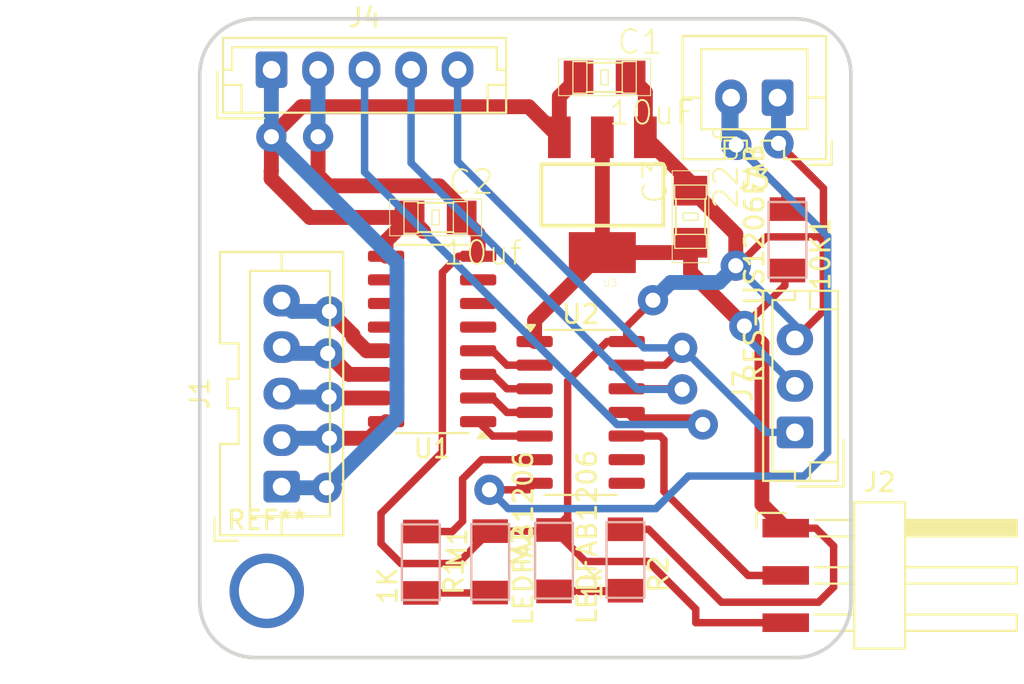
<source format=kicad_pcb>
(kicad_pcb (version 20240108) (generator "pcbnew") (generator_version "8.0")
  (layers (0 "F.Cu" signal) (31 "B.Cu" signal) (34 "B.Paste" user) (35 "F.Paste" user) (36 "B.SilkS" user "B.Silkscreen") (37 "F.SilkS" user "F.Silkscreen") (38 "B.Mask" user) (39 "F.Mask" user) (44 "Edge.Cuts" user))
  (net 0 "")
  (net 1 "+5V")
  (net 2 "GND")
  (net 3 "M2")
  (net 4 "M4")
  (net 5 "M3")
  (net 6 "M1")
  (net 7 "RESET")
  (net 8 "LIM")
  (net 9 "PWM")
  (net 10 "Net-(M1-A)")
  (net 11 "Net-(M2-A)")
  (net 12 "LED")
  (net 13 "VIN")
  (net 14 "IN2")
  (net 15 "IN4")
  (net 16 "IN3")
  (net 17 "IN1")
  (net 24 "SCL{slash}RX")
  (net 25 "SDA{slash}TX")
  (footprint "Connector_JST:JST_EH_B3B-EH-A_1x03_P2.50mm_Vertical" (layer "F.Cu") (at 166.39 114.96 90)
    (property "Reference" "J7" (at 2.5 -2.8 90) (layer "F.SilkS"))
    (property "Value" "Conn_01x03_Pin")
    (fp_line (start 7.61 -1.71) (end -2.61 -1.71) (stroke (width 0.12)) (layer "F.SilkS"))
    (fp_line (start -2.61 -1.71) (end -2.61 2.31) (stroke (width 0.12)) (layer "F.SilkS"))
    (fp_line (start 7.11 -1.21) (end 7.11 0) (stroke (width 0.12)) (layer "F.SilkS"))
    (fp_line (start -2.11 -1.21) (end 7.11 -1.21) (stroke (width 0.12)) (layer "F.SilkS"))
    (fp_line (start 7.11 0) (end 7.61 0) (stroke (width 0.12)) (layer "F.SilkS"))
    (fp_line (start -2.11 0) (end -2.11 -1.21) (stroke (width 0.12)) (layer "F.SilkS"))
    (fp_line (start -2.61 0) (end -2.11 0) (stroke (width 0.12)) (layer "F.SilkS"))
    (fp_line (start -2.91 0.11) (end -2.91 2.61) (stroke (width 0.12)) (layer "F.SilkS"))
    (fp_line (start 7.61 0.81) (end 6.61 0.81) (stroke (width 0.12)) (layer "F.SilkS"))
    (fp_line (start 6.61 0.81) (end 6.61 2.31) (stroke (width 0.12)) (layer "F.SilkS"))
    (fp_line (start -1.61 0.81) (end -1.61 2.31) (stroke (width 0.12)) (layer "F.SilkS"))
    (fp_line (start -2.61 0.81) (end -1.61 0.81) (stroke (width 0.12)) (layer "F.SilkS"))
    (fp_line (start 7.61 2.31) (end 7.61 -1.71) (stroke (width 0.12)) (layer "F.SilkS"))
    (fp_line (start -2.61 2.31) (end 7.61 2.31) (stroke (width 0.12)) (layer "F.SilkS"))
    (fp_line (start -2.91 2.61) (end -0.41 2.61) (stroke (width 0.12)) (layer "F.SilkS"))
    (pad "1" thru_hole roundrect (at 0 0 90) (size 1.7 1.95) (drill 0.95) (layers "*.Cu" "*.Mask") (roundrect_rratio 0.147059) (net 9 "PWM"))
    (pad "2" thru_hole oval (at 2.5 0 90) (size 1.7 1.95) (drill 0.95) (layers "*.Cu" "*.Mask") (net 1 "+5V"))
    (pad "3" thru_hole oval (at 5 0 90) (size 1.7 1.95) (drill 0.95) (layers "*.Cu" "*.Mask") (net 2 "GND"))
  )
  (footprint "MountingHole:MountingHole_3.2mm_M3_DIN965_Pad" (layer "F.Cu") (at 138 123.48)
    (property "Reference" "REF**" (at 0 -3.8 0) (layer "F.SilkS"))
    (property "Value" "MountingHole_3.2mm_M3_DIN965_Pad")
    (pad "1" thru_hole circle (at 0 0) (size 4 4) (drill 3) (layers "*.Cu" "*.Mask"))
  )
  (footprint "footprints:fab-SOT223" (layer "F.Cu") (at 156.037684 102.1975 180)
    (property "Reference" "U3" (at -0.8255 -4.5085 0) (layer "F.SilkS") (effects (font (size 0.38608 0.38608) (thickness 0.030886)) (justify right top)))
    (property "Value" "AZ1117-5.0")
    (fp_line (start 3.2766 1.651) (end -3.2766 1.651) (stroke (width 0.2032)) (layer "F.SilkS"))
    (fp_line (start 3.2766 -1.651) (end 3.2766 1.651) (stroke (width 0.2032)) (layer "F.SilkS"))
    (fp_line (start -3.2766 1.651) (end -3.2766 -1.651) (stroke (width 0.2032)) (layer "F.SilkS"))
    (fp_line (start -3.2766 -1.651) (end 3.2766 -1.651) (stroke (width 0.2032)) (layer "F.SilkS"))
    (pad "1" smd rect (at -2.3114 3.0988 180) (size 1.2192 2.2352) (layers "F.Cu" "F.Paste" "F.Mask") (net 2 "GND"))
    (pad "2" smd rect (at 0 -3.099 180) (size 3.6 2.2) (layers "F.Cu" "F.Paste" "F.Mask") (net 1 "+5V"))
    (pad "2" smd rect (at 0 3.0988 180) (size 1.2192 2.2352) (layers "F.Cu" "F.Paste" "F.Mask") (net 1 "+5V"))
    (pad "3" smd rect (at 2.3114 3.0988 180) (size 1.2192 2.2352) (layers "F.Cu" "F.Paste" "F.Mask") (net 13 "VIN"))
  )
  (footprint "Package_SO:SOIC-16_3.9x9.9mm_P1.27mm" (layer "F.Cu") (at 146.887684 109.9375 180)
    (property "Reference" "U1" (at 0 -5.9 0) (layer "F.SilkS"))
    (property "Value" "ULN2003")
    (fp_line (start 0 5.06) (end 1.95 5.06) (stroke (width 0.12)) (layer "F.SilkS"))
    (fp_line (start 0 5.06) (end -1.95 5.06) (stroke (width 0.12)) (layer "F.SilkS"))
    (fp_line (start 0 -5.06) (end 1.95 -5.06) (stroke (width 0.12)) (layer "F.SilkS"))
    (fp_line (start 0 -5.06) (end -1.95 -5.06) (stroke (width 0.12)) (layer "F.SilkS"))
    (fp_poly (pts (xy -2.7 -5.005) (xy -2.94 -5.335) (xy -2.46 -5.335) (xy -2.7 -5.005)) (stroke (width 0.12)) (fill solid) (layer "F.SilkS"))
    (pad "1" smd roundrect (at -2.475 -4.445 180) (size 1.95 0.6) (layers "F.Cu" "F.Paste" "F.Mask") (net 17 "IN1"))
    (pad "2" smd roundrect (at -2.475 -3.175 180) (size 1.95 0.6) (layers "F.Cu" "F.Paste" "F.Mask") (net 14 "IN2"))
    (pad "3" smd roundrect (at -2.475 -1.905 180) (size 1.95 0.6) (layers "F.Cu" "F.Paste" "F.Mask") (net 16 "IN3"))
    (pad "4" smd roundrect (at -2.475 -0.635 180) (size 1.95 0.6) (layers "F.Cu" "F.Paste" "F.Mask") (net 15 "IN4"))
    (pad "5" smd roundrect (at -2.475 0.635 180) (size 1.95 0.6) (layers "F.Cu" "F.Paste" "F.Mask"))
    (pad "6" smd roundrect (at -2.475 1.905 180) (size 1.95 0.6) (layers "F.Cu" "F.Paste" "F.Mask"))
    (pad "7" smd roundrect (at -2.475 3.175 180) (size 1.95 0.6) (layers "F.Cu" "F.Paste" "F.Mask"))
    (pad "8" smd roundrect (at -2.475 4.445 180) (size 1.95 0.6) (layers "F.Cu" "F.Paste" "F.Mask") (net 2 "GND"))
    (pad "9" smd roundrect (at 2.475 4.445 180) (size 1.95 0.6) (layers "F.Cu" "F.Paste" "F.Mask") (net 13 "VIN"))
    (pad "10" smd roundrect (at 2.475 3.175 180) (size 1.95 0.6) (layers "F.Cu" "F.Paste" "F.Mask"))
    (pad "11" smd roundrect (at 2.475 1.905 180) (size 1.95 0.6) (layers "F.Cu" "F.Paste" "F.Mask"))
    (pad "12" smd roundrect (at 2.475 0.635 180) (size 1.95 0.6) (layers "F.Cu" "F.Paste" "F.Mask"))
    (pad "13" smd roundrect (at 2.475 -0.635 180) (size 1.95 0.6) (layers "F.Cu" "F.Paste" "F.Mask") (net 4 "M4"))
    (pad "14" smd roundrect (at 2.475 -1.905 180) (size 1.95 0.6) (layers "F.Cu" "F.Paste" "F.Mask") (net 5 "M3"))
    (pad "15" smd roundrect (at 2.475 -3.175 180) (size 1.95 0.6) (layers "F.Cu" "F.Paste" "F.Mask") (net 3 "M2"))
    (pad "16" smd roundrect (at 2.475 -4.445 180) (size 1.95 0.6) (layers "F.Cu" "F.Paste" "F.Mask") (net 6 "M1"))
  )
  (footprint "footprints:fab-LED1206FAB" (layer "F.Cu") (at 150.01 121.92 90)
    (property "Reference" "M1" (at 0.762 -1.778 90) (layer "F.SilkS") (effects (font (size 1.016 1.016) (thickness 0.1524))))
    (property "Value" "LEDFAB1206" (at 1.27 1.778 90) (layer "F.SilkS") (effects (font (size 1.016 1.016) (thickness 0.1524))))
    (fp_line (start 2.032 -1.016) (end 2.032 1.016) (stroke (width 0.127)) (layer "B.SilkS"))
    (fp_line (start -2.032 -1.016) (end 2.032 -1.016) (stroke (width 0.127)) (layer "B.SilkS"))
    (fp_line (start 2.032 1.016) (end -2.032 1.016) (stroke (width 0.127)) (layer "B.SilkS"))
    (fp_line (start -2.032 1.016) (end -2.032 -1.016) (stroke (width 0.127)) (layer "B.SilkS"))
    (pad "1" smd rect (at -1.651 0 90) (size 1.27 1.905) (layers "F.Cu" "F.Paste" "F.Mask") (net 10 "Net-(M1-A)"))
    (pad "2" smd rect (at 1.651 0 90) (size 1.27 1.905) (layers "F.Cu" "F.Paste" "F.Mask") (net 2 "GND"))
  )
  (footprint "footprints:fab-R1206FAB" (layer "F.Cu") (at 165.99 104.61 -90)
    (property "Reference" "10K1" (at 0.762 -1.778 90) (layer "F.SilkS") (effects (font (size 1.016 1.016) (thickness 0.1524))))
    (property "Value" "RES-US1206FAB" (at 1.27 1.778 90) (layer "F.SilkS") (effects (font (size 1.016 1.016) (thickness 0.1524))))
    (fp_line (start -2.032 1.016) (end -2.032 -1.016) (stroke (width 0.127)) (layer "B.SilkS"))
    (fp_line (start 2.032 1.016) (end -2.032 1.016) (stroke (width 0.127)) (layer "B.SilkS"))
    (fp_line (start -2.032 -1.016) (end 2.032 -1.016) (stroke (width 0.127)) (layer "B.SilkS"))
    (fp_line (start 2.032 -1.016) (end 2.032 1.016) (stroke (width 0.127)) (layer "B.SilkS"))
    (pad "1" smd rect (at -1.651 0 270) (size 1.27 1.905) (layers "F.Cu" "F.Paste" "F.Mask") (net 8 "LIM"))
    (pad "2" smd rect (at 1.651 0 270) (size 1.27 1.905) (layers "F.Cu" "F.Paste" "F.Mask") (net 1 "+5V"))
  )
  (footprint "Connector_JST:JST_XA_B05B-XASK-1_1x05_P2.50mm_Vertical" (layer "F.Cu") (at 138.797684 117.8775 90)
    (property "Reference" "J1" (at 5 -4.4 90) (layer "F.SilkS"))
    (property "Value" "Conn_01x05_Pin")
    (fp_line (start -1.66 -3.61) (end -2.91 -3.61) (stroke (width 0.12)) (layer "F.SilkS"))
    (fp_line (start -2.91 -3.61) (end -2.91 -2.36) (stroke (width 0.12)) (layer "F.SilkS"))
    (fp_line (start 12.61 -3.31) (end 7.7 -3.31) (stroke (width 0.12)) (layer "F.SilkS"))
    (fp_line (start 7.7 -3.31) (end 7.7 -2.31) (stroke (width 0.12)) (layer "F.SilkS"))
    (fp_line (start 2.3 -3.31) (end -2.61 -3.31) (stroke (width 0.12)) (layer "F.SilkS"))
    (fp_line (start -2.61 -3.31) (end -2.61 3.31) (stroke (width 0.12)) (layer "F.SilkS"))
    (fp_line (start 5.8 -2.91) (end 4.2 -2.91) (stroke (width 0.12)) (layer "F.SilkS"))
    (fp_line (start 4.2 -2.91) (end 4.2 -2.31) (stroke (width 0.12)) (layer "F.SilkS"))
    (fp_line (start 7.7 -2.31) (end 5.8 -2.31) (stroke (width 0.12)) (layer "F.SilkS"))
    (fp_line (start 5.8 -2.31) (end 5.8 -2.91) (stroke (width 0.12)) (layer "F.SilkS"))
    (fp_line (start 4.2 -2.31) (end 2.3 -2.31) (stroke (width 0.12)) (layer "F.SilkS"))
    (fp_line (start 2.3 -2.31) (end 2.3 -3.31) (stroke (width 0.12)) (layer "F.SilkS"))
    (fp_line (start 11.6 -1.7) (end -1.6 -1.7) (stroke (width 0.12)) (layer "F.SilkS"))
    (fp_line (start -1.6 -1.7) (end -1.6 2.6) (stroke (width 0.12)) (layer "F.SilkS"))
    (fp_line (start 12.61 0) (end 11.6 0) (stroke (width 0.12)) (layer "F.SilkS"))
    (fp_line (start -2.61 0) (end -1.6 0) (stroke (width 0.12)) (layer "F.SilkS"))
    (fp_line (start 11.6 2.6) (end 11.6 -1.7) (stroke (width 0.12)) (layer "F.SilkS"))
    (fp_line (start -1.6 2.6) (end 11.6 2.6) (stroke (width 0.12)) (layer "F.SilkS"))
    (fp_line (start 12.61 3.31) (end 12.61 -3.31) (stroke (width 0.12)) (layer "F.SilkS"))
    (fp_line (start -2.61 3.31) (end 12.61 3.31) (stroke (width 0.12)) (layer "F.SilkS"))
    (pad "1" thru_hole roundrect (at 0 0 90) (size 1.7 1.95) (drill 0.95) (layers "*.Cu" "*.Mask") (roundrect_rratio 0.147059) (net 13 "VIN"))
    (pad "2" thru_hole oval (at 2.5 0 90) (size 1.7 1.95) (drill 0.95) (layers "*.Cu" "*.Mask") (net 6 "M1"))
    (pad "3" thru_hole oval (at 5 0 90) (size 1.7 1.95) (drill 0.95) (layers "*.Cu" "*.Mask") (net 3 "M2"))
    (pad "4" thru_hole oval (at 7.5 0 90) (size 1.7 1.95) (drill 0.95) (layers "*.Cu" "*.Mask") (net 5 "M3"))
    (pad "5" thru_hole oval (at 10 0 90) (size 1.7 1.95) (drill 0.95) (layers "*.Cu" "*.Mask") (net 4 "M4"))
  )
  (footprint "footprints:fab-C1206" (layer "F.Cu") (at 160.777684 103.3675 90)
    (property "Reference" "C3" (at 1.905 -1.905 90) (layer "F.SilkS") (effects (font (size 1.27 1.27) (thickness 0.1016))))
    (property "Value" "22uf" (at 2.54 1.905 90) (layer "F.SilkS") (effects (font (size 1.27 1.27) (thickness 0.1016))))
    (fp_line (start 2.47142 -0.98298) (end 2.47142 0.98298) (stroke (width 0.0508)) (layer "F.SilkS"))
    (fp_line (start -2.47142 -0.98298) (end 2.47142 -0.98298) (stroke (width 0.0508)) (layer "F.SilkS"))
    (fp_line (start 0.94996 -0.8509) (end 1.7018 -0.8509) (stroke (width 0.06604)) (layer "F.SilkS"))
    (fp_line (start -1.7018 -0.84836) (end -0.94996 -0.84836) (stroke (width 0.06604)) (layer "F.SilkS"))
    (fp_line (start -0.96266 -0.78486) (end 0.96266 -0.78486) (stroke (width 0.1016)) (layer "F.SilkS"))
    (fp_line (start -0.19812 -0.39878) (end 0.19812 -0.39878) (stroke (width 0.06604)) (layer "F.SilkS"))
    (fp_line (start 0.19812 0.39878) (end 0.19812 -0.39878) (stroke (width 0.06604)) (layer "F.SilkS"))
    (fp_line (start -0.19812 0.39878) (end -0.19812 -0.39878) (stroke (width 0.06604)) (layer "F.SilkS"))
    (fp_line (start -0.19812 0.39878) (end 0.19812 0.39878) (stroke (width 0.06604)) (layer "F.SilkS"))
    (fp_line (start -0.96266 0.78486) (end 0.96266 0.78486) (stroke (width 0.1016)) (layer "F.SilkS"))
    (fp_line (start 1.7018 0.84836) (end 1.7018 -0.8509) (stroke (width 0.06604)) (layer "F.SilkS"))
    (fp_line (start 0.94996 0.84836) (end 0.94996 -0.8509) (stroke (width 0.06604)) (layer "F.SilkS"))
    (fp_line (start 0.94996 0.84836) (end 1.7018 0.84836) (stroke (width 0.06604)) (layer "F.SilkS"))
    (fp_line (start -0.94996 0.8509) (end -0.94996 -0.84836) (stroke (width 0.06604)) (layer "F.SilkS"))
    (fp_line (start -1.7018 0.8509) (end -1.7018 -0.84836) (stroke (width 0.06604)) (layer "F.SilkS"))
    (fp_line (start -1.7018 0.8509) (end -0.94996 0.8509) (stroke (width 0.06604)) (layer "F.SilkS"))
    (fp_line (start 2.47142 0.98298) (end -2.47142 0.98298) (stroke (width 0.0508)) (layer "F.SilkS"))
    (fp_line (start -2.47142 0.98298) (end -2.47142 -0.98298) (stroke (width 0.0508)) (layer "F.SilkS"))
    (pad "1" smd rect (at -1.39954 0 90) (size 1.59766 1.79832) (layers "F.Cu" "F.Paste" "F.Mask") (net 1 "+5V"))
    (pad "2" smd rect (at 1.39954 0 90) (size 1.59766 1.79832) (layers "F.Cu" "F.Paste" "F.Mask") (net 2 "GND"))
  )
  (footprint "footprints:fab-R1206FAB" (layer "F.Cu") (at 157.28 121.82 -90)
    (property "Reference" "R2" (at 0.762 -1.778 -90) (layer "F.SilkS") (effects (font (size 1.016 1.016) (thickness 0.1524))))
    (property "Value" "1k" (at 1.27 1.778 -90) (layer "F.SilkS") (effects (font (size 1.016 1.016) (thickness 0.1524))))
    (fp_line (start -2.032 1.016) (end -2.032 -1.016) (stroke (width 0.127)) (layer "B.SilkS"))
    (fp_line (start 2.032 1.016) (end -2.032 1.016) (stroke (width 0.127)) (layer "B.SilkS"))
    (fp_line (start -2.032 -1.016) (end 2.032 -1.016) (stroke (width 0.127)) (layer "B.SilkS"))
    (fp_line (start 2.032 -1.016) (end 2.032 1.016) (stroke (width 0.127)) (layer "B.SilkS"))
    (pad "1" smd rect (at -1.651 0 270) (size 1.27 1.905) (layers "F.Cu" "F.Paste" "F.Mask") (net 1 "+5V"))
    (pad "2" smd rect (at 1.651 0 270) (size 1.27 1.905) (layers "F.Cu" "F.Paste" "F.Mask") (net 11 "Net-(M2-A)"))
  )
  (footprint "Connector_Harwin:Harwin_M20-89003xx_1x03_P2.54mm_Horizontal" (layer "F.Cu") (at 171.42 122.65)
    (property "Reference" "J2" (at -0.48 -5.01 0) (layer "F.SilkS"))
    (property "Value" "Conn_01x03_Pin")
    (fp_line (start -7.095 -3.36) (end -5.525 -3.36) (stroke (width 0.12)) (layer "F.SilkS"))
    (fp_line (start -7.095 -2.54) (end -7.095 -3.36) (stroke (width 0.12)) (layer "F.SilkS"))
    (fp_line (start -3.955 -2.98) (end -1.845 -2.98) (stroke (width 0.12)) (layer "F.SilkS"))
    (fp_line (start -3.955 -2.1) (end -1.845 -2.1) (stroke (width 0.12)) (layer "F.SilkS"))
    (fp_line (start -3.955 -0.44) (end -1.845 -0.44) (stroke (width 0.12)) (layer "F.SilkS"))
    (fp_line (start -3.955 0.44) (end -1.845 0.44) (stroke (width 0.12)) (layer "F.SilkS"))
    (fp_line (start -3.955 2.1) (end -1.845 2.1) (stroke (width 0.12)) (layer "F.SilkS"))
    (fp_line (start -3.955 2.98) (end -1.845 2.98) (stroke (width 0.12)) (layer "F.SilkS"))
    (fp_line (start -1.845 -3.93) (end 0.895 -3.93) (stroke (width 0.12)) (layer "F.SilkS"))
    (fp_line (start -1.845 3.93) (end -1.845 -3.93) (stroke (width 0.12)) (layer "F.SilkS"))
    (fp_line (start 0.895 -3.93) (end 0.895 3.93) (stroke (width 0.12)) (layer "F.SilkS"))
    (fp_line (start 0.895 -2.98) (end 6.895 -2.98) (stroke (width 0.12)) (layer "F.SilkS"))
    (fp_line (start 0.895 -0.44) (end 6.895 -0.44) (stroke (width 0.12)) (layer "F.SilkS"))
    (fp_line (start 0.895 2.1) (end 6.895 2.1) (stroke (width 0.12)) (layer "F.SilkS"))
    (fp_line (start 0.895 3.93) (end -1.845 3.93) (stroke (width 0.12)) (layer "F.SilkS"))
    (fp_line (start 6.895 -2.98) (end 6.895 -2.1) (stroke (width 0.12)) (layer "F.SilkS"))
    (fp_line (start 6.895 -2.1) (end 0.895 -2.1) (stroke (width 0.12)) (layer "F.SilkS"))
    (fp_line (start 6.895 -0.44) (end 6.895 0.44) (stroke (width 0.12)) (layer "F.SilkS"))
    (fp_line (start 6.895 0.44) (end 0.895 0.44) (stroke (width 0.12)) (layer "F.SilkS"))
    (fp_line (start 6.895 2.1) (end 6.895 2.98) (stroke (width 0.12)) (layer "F.SilkS"))
    (fp_line (start 6.895 2.98) (end 0.895 2.98) (stroke (width 0.12)) (layer "F.SilkS"))
    (pad "" smd rect (at 3.895 -2.54) (size 6 0.76) (layers "F.SilkS"))
    (pad "1" smd rect (at -5.525 -2.54) (size 2.5 1) (layers "F.Cu" "F.Paste" "F.Mask") (net 1 "+5V"))
    (pad "2" smd rect (at -5.525 0) (size 2.5 1) (layers "F.Cu" "F.Paste" "F.Mask") (net 7 "RESET"))
    (pad "3" smd rect (at -5.525 2.54) (size 2.5 1) (layers "F.Cu" "F.Paste" "F.Mask") (net 2 "GND"))
  )
  (footprint "Connector_JST:JST_EH_B5B-EH-A_1x05_P2.50mm_Vertical" (layer "F.Cu") (at 138.257684 95.4675)
    (property "Reference" "J4" (at 5 -2.8 0) (layer "F.SilkS"))
    (property "Value" "Conn_01x05_Pin")
    (fp_line (start -2.91 0.11) (end -2.91 2.61) (stroke (width 0.12)) (layer "F.SilkS"))
    (fp_line (start -2.91 2.61) (end -0.41 2.61) (stroke (width 0.12)) (layer "F.SilkS"))
    (fp_line (start -2.61 -1.71) (end -2.61 2.31) (stroke (width 0.12)) (layer "F.SilkS"))
    (fp_line (start -2.61 0) (end -2.11 0) (stroke (width 0.12)) (layer "F.SilkS"))
    (fp_line (start -2.61 0.81) (end -1.61 0.81) (stroke (width 0.12)) (layer "F.SilkS"))
    (fp_line (start -2.61 2.31) (end 12.61 2.31) (stroke (width 0.12)) (layer "F.SilkS"))
    (fp_line (start -2.11 -1.21) (end 12.11 -1.21) (stroke (width 0.12)) (layer "F.SilkS"))
    (fp_line (start -2.11 0) (end -2.11 -1.21) (stroke (width 0.12)) (layer "F.SilkS"))
    (fp_line (start -1.61 0.81) (end -1.61 2.31) (stroke (width 0.12)) (layer "F.SilkS"))
    (fp_line (start 11.61 0.81) (end 11.61 2.31) (stroke (width 0.12)) (layer "F.SilkS"))
    (fp_line (start 12.11 -1.21) (end 12.11 0) (stroke (width 0.12)) (layer "F.SilkS"))
    (fp_line (start 12.11 0) (end 12.61 0) (stroke (width 0.12)) (layer "F.SilkS"))
    (fp_line (start 12.61 -1.71) (end -2.61 -1.71) (stroke (width 0.12)) (layer "F.SilkS"))
    (fp_line (start 12.61 0.81) (end 11.61 0.81) (stroke (width 0.12)) (layer "F.SilkS"))
    (fp_line (start 12.61 2.31) (end 12.61 -1.71) (stroke (width 0.12)) (layer "F.SilkS"))
    (pad "1" thru_hole roundrect (at 0 0) (size 1.7 1.95) (drill 0.95) (layers "*.Cu" "*.Mask") (roundrect_rratio 0.147059) (net 13 "VIN"))
    (pad "2" thru_hole oval (at 2.5 0) (size 1.7 1.95) (drill 0.95) (layers "*.Cu" "*.Mask") (net 2 "GND"))
    (pad "3" thru_hole oval (at 5 0) (size 1.7 1.95) (drill 0.95) (layers "*.Cu" "*.Mask") (net 25 "SDA{slash}TX"))
    (pad "4" thru_hole oval (at 7.5 0) (size 1.7 1.95) (drill 0.95) (layers "*.Cu" "*.Mask") (net 24 "SCL{slash}RX"))
    (pad "5" thru_hole oval (at 10 0) (size 1.7 1.95) (drill 0.95) (layers "*.Cu" "*.Mask") (net 9 "PWM"))
  )
  (footprint "Connector_JST:JST_XA_B02B-XASK-1_1x02_P2.50mm_Vertical" (layer "F.Cu") (at 165.457684 96.9675 180)
    (property "Reference" "J3" (at 1.25 -4.4 0) (layer "F.SilkS"))
    (property "Value" "Conn_01x02_Pin")
    (fp_line (start 5.11 3.31) (end 5.11 -3.31) (stroke (width 0.12)) (layer "F.SilkS"))
    (fp_line (start 5.11 0) (end 4.1 0) (stroke (width 0.12)) (layer "F.SilkS"))
    (fp_line (start 5.11 -3.31) (end 2.85 -3.31) (stroke (width 0.12)) (layer "F.SilkS"))
    (fp_line (start 4.1 2.6) (end 4.1 -1.7) (stroke (width 0.12)) (layer "F.SilkS"))
    (fp_line (start 4.1 -1.7) (end -1.6 -1.7) (stroke (width 0.12)) (layer "F.SilkS"))
    (fp_line (start 2.85 -2.31) (end 1.65 -2.31) (stroke (width 0.12)) (layer "F.SilkS"))
    (fp_line (start 2.85 -3.31) (end 2.85 -2.31) (stroke (width 0.12)) (layer "F.SilkS"))
    (fp_line (start 1.65 -2.31) (end 1.65 -2.91) (stroke (width 0.12)) (layer "F.SilkS"))
    (fp_line (start 1.65 -2.91) (end 0.85 -2.91) (stroke (width 0.12)) (layer "F.SilkS"))
    (fp_line (start 0.85 -2.31) (end -0.35 -2.31) (stroke (width 0.12)) (layer "F.SilkS"))
    (fp_line (start 0.85 -2.91) (end 0.85 -2.31) (stroke (width 0.12)) (layer "F.SilkS"))
    (fp_line (start -0.35 -2.31) (end -0.35 -3.31) (stroke (width 0.12)) (layer "F.SilkS"))
    (fp_line (start -0.35 -3.31) (end -2.61 -3.31) (stroke (width 0.12)) (layer "F.SilkS"))
    (fp_line (start -1.6 2.6) (end 4.1 2.6) (stroke (width 0.12)) (layer "F.SilkS"))
    (fp_line (start -1.6 -1.7) (end -1.6 2.6) (stroke (width 0.12)) (layer "F.SilkS"))
    (fp_line (start -1.66 -3.61) (end -2.91 -3.61) (stroke (width 0.12)) (layer "F.SilkS"))
    (fp_line (start -2.61 3.31) (end 5.11 3.31) (stroke (width 0.12)) (layer "F.SilkS"))
    (fp_line (start -2.61 0) (end -1.6 0) (stroke (width 0.12)) (layer "F.SilkS"))
    (fp_line (start -2.61 -3.31) (end -2.61 3.31) (stroke (width 0.12)) (layer "F.SilkS"))
    (fp_line (start -2.91 -3.61) (end -2.91 -2.36) (stroke (width 0.12)) (layer "F.SilkS"))
    (pad "1" thru_hole roundrect (at 0 0 180) (size 1.7 1.95) (drill 0.95) (layers "*.Cu" "*.Mask") (roundrect_rratio 0.147059) (net 2 "GND"))
    (pad "2" thru_hole oval (at 2.5 0 180) (size 1.7 1.95) (drill 0.95) (layers "*.Cu" "*.Mask") (net 8 "LIM"))
  )
  (footprint "footprints:fab-C1206" (layer "F.Cu") (at 156.157684 95.8775)
    (property "Reference" "C1" (at 1.905 -1.905 0) (layer "F.SilkS") (effects (font (size 1.27 1.27) (thickness 0.1016))))
    (property "Value" "10uF" (at 2.54 1.905 0) (layer "F.SilkS") (effects (font (size 1.27 1.27) (thickness 0.1016))))
    (fp_line (start -2.47142 -0.98298) (end 2.47142 -0.98298) (stroke (width 0.0508)) (layer "F.SilkS"))
    (fp_line (start -2.47142 0.98298) (end -2.47142 -0.98298) (stroke (width 0.0508)) (layer "F.SilkS"))
    (fp_line (start -1.7018 -0.84836) (end -0.94996 -0.84836) (stroke (width 0.06604)) (layer "F.SilkS"))
    (fp_line (start -1.7018 0.8509) (end -1.7018 -0.84836) (stroke (width 0.06604)) (layer "F.SilkS"))
    (fp_line (start -1.7018 0.8509) (end -0.94996 0.8509) (stroke (width 0.06604)) (layer "F.SilkS"))
    (fp_line (start -0.96266 -0.78486) (end 0.96266 -0.78486) (stroke (width 0.1016)) (layer "F.SilkS"))
    (fp_line (start -0.96266 0.78486) (end 0.96266 0.78486) (stroke (width 0.1016)) (layer "F.SilkS"))
    (fp_line (start -0.94996 0.8509) (end -0.94996 -0.84836) (stroke (width 0.06604)) (layer "F.SilkS"))
    (fp_line (start -0.19812 -0.39878) (end 0.19812 -0.39878) (stroke (width 0.06604)) (layer "F.SilkS"))
    (fp_line (start -0.19812 0.39878) (end -0.19812 -0.39878) (stroke (width 0.06604)) (layer "F.SilkS"))
    (fp_line (start -0.19812 0.39878) (end 0.19812 0.39878) (stroke (width 0.06604)) (layer "F.SilkS"))
    (fp_line (start 0.19812 0.39878) (end 0.19812 -0.39878) (stroke (width 0.06604)) (layer "F.SilkS"))
    (fp_line (start 0.94996 -0.8509) (end 1.7018 -0.8509) (stroke (width 0.06604)) (layer "F.SilkS"))
    (fp_line (start 0.94996 0.84836) (end 0.94996 -0.8509) (stroke (width 0.06604)) (layer "F.SilkS"))
    (fp_line (start 0.94996 0.84836) (end 1.7018 0.84836) (stroke (width 0.06604)) (layer "F.SilkS"))
    (fp_line (start 1.7018 0.84836) (end 1.7018 -0.8509) (stroke (width 0.06604)) (layer "F.SilkS"))
    (fp_line (start 2.47142 -0.98298) (end 2.47142 0.98298) (stroke (width 0.0508)) (layer "F.SilkS"))
    (fp_line (start 2.47142 0.98298) (end -2.47142 0.98298) (stroke (width 0.0508)) (layer "F.SilkS"))
    (pad "1" smd rect (at -1.39954 0) (size 1.59766 1.79832) (layers "F.Cu" "F.Paste" "F.Mask") (net 13 "VIN"))
    (pad "2" smd rect (at 1.39954 0) (size 1.59766 1.79832) (layers "F.Cu" "F.Paste" "F.Mask") (net 2 "GND"))
  )
  (footprint "footprints:fab-LED1206FAB" (layer "F.Cu") (at 153.437684 121.8575 90)
    (property "Reference" "M2" (at 0.762 -1.778 90) (layer "F.SilkS") (effects (font (size 1.016 1.016) (thickness 0.1524))))
    (property "Value" "LEDFAB1206" (at 1.27 1.778 90) (layer "F.SilkS") (effects (font (size 1.016 1.016) (thickness 0.1524))))
    (fp_line (start 2.032 -1.016) (end 2.032 1.016) (stroke (width 0.127)) (layer "B.SilkS"))
    (fp_line (start -2.032 -1.016) (end 2.032 -1.016) (stroke (width 0.127)) (layer "B.SilkS"))
    (fp_line (start 2.032 1.016) (end -2.032 1.016) (stroke (width 0.127)) (layer "B.SilkS"))
    (fp_line (start -2.032 1.016) (end -2.032 -1.016) (stroke (width 0.127)) (layer "B.SilkS"))
    (pad "1" smd rect (at -1.651 0 90) (size 1.27 1.905) (layers "F.Cu" "F.Paste" "F.Mask") (net 11 "Net-(M2-A)"))
    (pad "2" smd rect (at 1.651 0 90) (size 1.27 1.905) (layers "F.Cu" "F.Paste" "F.Mask") (net 2 "GND"))
  )
  (footprint "Package_SO:SOIC-14_3.9x8.7mm_P1.27mm" (layer "F.Cu") (at 154.872684 113.8875)
    (property "Reference" "U2" (at 0 -5.28 0) (layer "F.SilkS"))
    (property "Value" "ATtiny1614-SS")
    (fp_line (start 0 -4.435) (end -1.95 -4.435) (stroke (width 0.12)) (layer "F.SilkS"))
    (fp_line (start 0 -4.435) (end 1.95 -4.435) (stroke (width 0.12)) (layer "F.SilkS"))
    (fp_line (start 0 4.435) (end -1.95 4.435) (stroke (width 0.12)) (layer "F.SilkS"))
    (fp_line (start 0 4.435) (end 1.95 4.435) (stroke (width 0.12)) (layer "F.SilkS"))
    (fp_poly (pts (xy -2.7 -4.37) (xy -2.94 -4.7) (xy -2.46 -4.7) (xy -2.7 -4.37)) (stroke (width 0.12)) (fill solid) (layer "F.SilkS"))
    (pad "1" smd roundrect (at -2.475 -3.81) (size 1.95 0.6) (layers "F.Cu" "F.Paste" "F.Mask") (net 1 "+5V"))
    (pad "2" smd roundrect (at -2.475 -2.54) (size 1.95 0.6) (layers "F.Cu" "F.Paste" "F.Mask") (net 15 "IN4"))
    (pad "3" smd roundrect (at -2.475 -1.27) (size 1.95 0.6) (layers "F.Cu" "F.Paste" "F.Mask") (net 16 "IN3"))
    (pad "4" smd roundrect (at -2.475 0) (size 1.95 0.6) (layers "F.Cu" "F.Paste" "F.Mask") (net 14 "IN2"))
    (pad "5" smd roundrect (at -2.475 1.27) (size 1.95 0.6) (layers "F.Cu" "F.Paste" "F.Mask") (net 17 "IN1"))
    (pad "6" smd roundrect (at -2.475 2.54) (size 1.95 0.6) (layers "F.Cu" "F.Paste" "F.Mask") (net 12 "LED"))
    (pad "7" smd roundrect (at -2.475 3.81) (size 1.95 0.6) (layers "F.Cu" "F.Paste" "F.Mask") (net 8 "LIM"))
    (pad "8" smd roundrect (at 2.475 3.81) (size 1.95 0.6) (layers "F.Cu" "F.Paste" "F.Mask"))
    (pad "9" smd roundrect (at 2.475 2.54) (size 1.95 0.6) (layers "F.Cu" "F.Paste" "F.Mask"))
    (pad "10" smd roundrect (at 2.475 1.27) (size 1.95 0.6) (layers "F.Cu" "F.Paste" "F.Mask") (net 7 "RESET"))
    (pad "11" smd roundrect (at 2.475 0) (size 1.95 0.6) (layers "F.Cu" "F.Paste" "F.Mask") (net 25 "SDA{slash}TX"))
    (pad "12" smd roundrect (at 2.475 -1.27) (size 1.95 0.6) (layers "F.Cu" "F.Paste" "F.Mask") (net 24 "SCL{slash}RX"))
    (pad "13" smd roundrect (at 2.475 -2.54) (size 1.95 0.6) (layers "F.Cu" "F.Paste" "F.Mask") (net 9 "PWM"))
    (pad "14" smd roundrect (at 2.475 -3.81) (size 1.95 0.6) (layers "F.Cu" "F.Paste" "F.Mask") (net 2 "GND"))
  )
  (footprint "footprints:fab-C1206" (layer "F.Cu") (at 147.077684 103.4075)
    (property "Reference" "C2" (at 1.905 -1.905 0) (layer "F.SilkS") (effects (font (size 1.27 1.27) (thickness 0.1016))))
    (property "Value" "10uf" (at 2.54 1.905 0) (layer "F.SilkS") (effects (font (size 1.27 1.27) (thickness 0.1016))))
    (fp_line (start -2.47142 -0.98298) (end 2.47142 -0.98298) (stroke (width 0.0508)) (layer "F.SilkS"))
    (fp_line (start -2.47142 0.98298) (end -2.47142 -0.98298) (stroke (width 0.0508)) (layer "F.SilkS"))
    (fp_line (start -1.7018 -0.84836) (end -0.94996 -0.84836) (stroke (width 0.06604)) (layer "F.SilkS"))
    (fp_line (start -1.7018 0.8509) (end -1.7018 -0.84836) (stroke (width 0.06604)) (layer "F.SilkS"))
    (fp_line (start -1.7018 0.8509) (end -0.94996 0.8509) (stroke (width 0.06604)) (layer "F.SilkS"))
    (fp_line (start -0.96266 -0.78486) (end 0.96266 -0.78486) (stroke (width 0.1016)) (layer "F.SilkS"))
    (fp_line (start -0.96266 0.78486) (end 0.96266 0.78486) (stroke (width 0.1016)) (layer "F.SilkS"))
    (fp_line (start -0.94996 0.8509) (end -0.94996 -0.84836) (stroke (width 0.06604)) (layer "F.SilkS"))
    (fp_line (start -0.19812 -0.39878) (end 0.19812 -0.39878) (stroke (width 0.06604)) (layer "F.SilkS"))
    (fp_line (start -0.19812 0.39878) (end -0.19812 -0.39878) (stroke (width 0.06604)) (layer "F.SilkS"))
    (fp_line (start -0.19812 0.39878) (end 0.19812 0.39878) (stroke (width 0.06604)) (layer "F.SilkS"))
    (fp_line (start 0.19812 0.39878) (end 0.19812 -0.39878) (stroke (width 0.06604)) (layer "F.SilkS"))
    (fp_line (start 0.94996 -0.8509) (end 1.7018 -0.8509) (stroke (width 0.06604)) (layer "F.SilkS"))
    (fp_line (start 0.94996 0.84836) (end 0.94996 -0.8509) (stroke (width 0.06604)) (layer "F.SilkS"))
    (fp_line (start 0.94996 0.84836) (end 1.7018 0.84836) (stroke (width 0.06604)) (layer "F.SilkS"))
    (fp_line (start 1.7018 0.84836) (end 1.7018 -0.8509) (stroke (width 0.06604)) (layer "F.SilkS"))
    (fp_line (start 2.47142 -0.98298) (end 2.47142 0.98298) (stroke (width 0.0508)) (layer "F.SilkS"))
    (fp_line (start 2.47142 0.98298) (end -2.47142 0.98298) (stroke (width 0.0508)) (layer "F.SilkS"))
    (pad "1" smd rect (at -1.39954 0) (size 1.59766 1.79832) (layers "F.Cu" "F.Paste" "F.Mask") (net 13 "VIN"))
    (pad "2" smd rect (at 1.39954 0) (size 1.59766 1.79832) (layers "F.Cu" "F.Paste" "F.Mask") (net 2 "GND"))
  )
  (footprint "footprints:fab-R1206FAB" (layer "F.Cu") (at 146.28 121.94 -90)
    (property "Reference" "R1" (at 0.762 -1.778 -90) (layer "F.SilkS") (effects (font (size 1.016 1.016) (thickness 0.1524))))
    (property "Value" "1K" (at 1.27 1.778 -90) (layer "F.SilkS") (effects (font (size 1.016 1.016) (thickness 0.1524))))
    (fp_line (start -2.032 1.016) (end -2.032 -1.016) (stroke (width 0.127)) (layer "B.SilkS"))
    (fp_line (start 2.032 1.016) (end -2.032 1.016) (stroke (width 0.127)) (layer "B.SilkS"))
    (fp_line (start -2.032 -1.016) (end 2.032 -1.016) (stroke (width 0.127)) (layer "B.SilkS"))
    (fp_line (start 2.032 -1.016) (end 2.032 1.016) (stroke (width 0.127)) (layer "B.SilkS"))
    (pad "1" smd rect (at -1.651 0 270) (size 1.27 1.905) (layers "F.Cu" "F.Paste" "F.Mask") (net 12 "LED"))
    (pad "2" smd rect (at 1.651 0 270) (size 1.27 1.905) (layers "F.Cu" "F.Paste" "F.Mask") (net 10 "Net-(M1-A)"))
  )
  (gr_line (start 166.397684 127.0675) (end 137.3977 127.0675) (stroke (width 0.2)) (layer "Edge.Cuts"))
  (gr_arc (start 166.3977 92.7275) (mid 168.519006 93.606178) (end 169.397684 95.737297) (stroke (width 0.2)) (layer "Edge.Cuts"))
  (gr_line (start 169.397684 95.737297) (end 169.397684 124.0675) (stroke (width 0.2)) (layer "Edge.Cuts"))
  (gr_arc (start 137.3977 127.0675) (mid 135.276366 126.188818) (end 134.3977 124.0675) (stroke (width 0.2)) (layer "Edge.Cuts"))
  (gr_arc (start 134.397684 95.7275) (mid 135.276366 93.606182) (end 137.407186 92.7275) (stroke (width 0.2)) (layer "Edge.Cuts"))
  (gr_line (start 134.397684 124.0675) (end 134.397684 95.7275) (stroke (width 0.2)) (layer "Edge.Cuts"))
  (gr_line (start 137.407186 92.7275) (end 166.3977 92.7275) (stroke (width 0.2)) (layer "Edge.Cuts"))
  (gr_line (start 134.3977 124.0675) (end 134.397684 124.0675) (stroke (width 0.2)) (layer "Edge.Cuts"))
  (gr_arc (start 169.397684 124.0675) (mid 168.519006 126.188822) (end 166.397684 127.0675) (stroke (width 0.2)) (layer "Edge.Cuts"))
  (segment (start 162.44 124.09) (end 167.66 124.09) (width 0.4) (layer "F.Cu") (net 1))
  (segment (start 160.805854 106.373856) (end 163.672928 109.24093) (width 0.8) (layer "F.Cu") (net 1))
  (segment (start 152.397684 108.9365) (end 156.037684 105.2965) (width 0.8) (layer "F.Cu") (net 1))
  (segment (start 156.037684 105.2965) (end 160.248224 105.2965) (width 0.8) (layer "F.Cu") (net 1))
  (segment (start 163.989506 109.189322) (end 163.937898 109.24093) (width 0.8) (layer "F.Cu") (net 1))
  (segment (start 157.28 120.169) (end 158.519 120.169) (width 0.4) (layer "F.Cu") (net 1))
  (segment (start 160.777684 104.76704) (end 160.777684 106.373856) (width 0.8) (layer "F.Cu") (net 1))
  (segment (start 164.615 110.183002) (end 163.672928 109.24093) (width 0.8) (layer "F.Cu") (net 1))
  (segment (start 158.519 120.169) (end 162.44 124.09) (width 0.4) (layer "F.Cu") (net 1))
  (segment (start 167.66 124.09) (end 168.47 123.28) (width 0.4) (layer "F.Cu") (net 1))
  (segment (start 165.85 106.261) (end 165.85 107.063858) (width 0.4) (layer "F.Cu") (net 1))
  (segment (start 167.51 120.11) (end 165.895 120.11) (width 0.4) (layer "F.Cu") (net 1))
  (segment (start 156.037684 105.2965) (end 156.037684 99.0987) (width 0.8) (layer "F.Cu") (net 1))
  (segment (start 160.777684 106.373856) (end 160.805854 106.373856) (width 0.8) (layer "F.Cu") (net 1))
  (segment (start 168.47 121.07) (end 167.51 120.11) (width 0.4) (layer "F.Cu") (net 1))
  (segment (start 163.937898 109.24093) (end 163.672928 109.24093) (width 0.8) (layer "F.Cu") (net 1))
  (segment (start 165.85 107.063858) (end 163.672928 109.24093) (width 0.4) (layer "F.Cu") (net 1))
  (segment (start 152.397684 110.0775) (end 152.397684 108.9365) (width 0.8) (layer "F.Cu") (net 1))
  (segment (start 160.248224 105.2965) (end 160.777684 104.76704) (width 0.8) (layer "F.Cu") (net 1))
  (segment (start 164.615 118.83) (end 164.615 110.183002) (width 0.8) (layer "F.Cu") (net 1))
  (segment (start 165.895 120.11) (end 164.615 118.83) (width 0.8) (layer "F.Cu") (net 1))
  (segment (start 168.47 123.28) (end 168.47 121.07) (width 0.4) (layer "F.Cu") (net 1))
  (via (at 163.672928 109.24093) (size 1.6256) (drill 0.8128) (layers "F.Cu" "B.Cu") (net 1))
  (segment (start 163.672928 109.742928) (end 163.672928 109.24093) (width 0.4) (layer "B.Cu") (net 1))
  (segment (start 166.39 112.46) (end 163.672928 109.742928) (width 0.4) (layer "B.Cu") (net 1))
  (segment (start 154.172684 119.4715) (end 154.172684 112.19984) (width 0.4) (layer "F.Cu") (net 2))
  (segment (start 147.276974 101.70834) (end 141.316844 101.70834) (width 0.8) (layer "F.Cu") (net 2))
  (segment (start 140.757684 101.14918) (end 140.757684 99.0675) (width 0.8) (layer "F.Cu") (net 2))
  (segment (start 160.777684 101.5273) (end 158.349084 99.0987) (width 0.8) (layer "F.Cu") (net 2))
  (segment (start 144.14 119.32) (end 147.44 116.02) (width 0.4) (layer "F.Cu") (net 2))
  (segment (start 167.922684 108.427316) (end 166.39 109.96) (width 0.4) (layer "F.Cu") (net 2))
  (segment (start 157.347684 109.2675) (end 158.757684 107.8575) (width 0.4) (layer "F.Cu") (net 2))
  (segment (start 167.922684 104.69) (end 167.922684 107.570952) (width 0.4) (layer "F.Cu") (net 2))
  (segment (start 148.477224 103.4075) (end 149.362684 104.29296) (width 0.8) (layer "F.Cu") (net 2))
  (segment (start 153.437684 120.2065) (end 154.172684 119.4715) (width 0.4) (layer "F.Cu") (net 2))
  (segment (start 156.295024 110.0775) (end 157.347684 110.0775) (width 0.4) (layer "F.Cu") (net 2))
  (segment (start 158.349084 99.0987) (end 158.349084 96.66936) (width 0.8) (layer "F.Cu") (net 2))
  (segment (start 150.01 120.269) (end 148.269 122.01) (width 0.4) (layer "F.Cu") (net 2))
  (segment (start 167.922684 101.8425) (end 165.507684 99.4275) (width 0.4) (layer "F.Cu") (net 2))
  (segment (start 161.06 125.19) (end 161.06 124.4635) (width 0.4) (layer "F.Cu") (net 2))
  (segment (start 163.21 106) (end 163.21 104.299946) (width 0.8) (layer "F.Cu") (net 2))
  (segment (start 167.922684 107.570952) (end 167.922684 101.8425) (width 0.4) (layer "F.Cu") (net 2))
  (segment (start 163.3235 106) (end 164.8735 104.45) (width 0.4) (layer "F.Cu") (net 2))
  (segment (start 165.895 125.19) (end 161.06 125.19) (width 0.4) (layer "F.Cu") (net 2))
  (segment (start 155.131184 121.9) (end 153.437684 120.2065) (width 0.4) (layer "F.Cu") (net 2))
  (segment (start 164.8735 104.45) (end 167.682684 104.45) (width 0.4) (layer "F.Cu") (net 2))
  (segment (start 147.44 106.362524) (end 148.310024 105.4925) (width 0.4) (layer "F.Cu") (net 2))
  (segment (start 141.316844 101.70834) (end 140.757684 101.14918) (width 0.8) (layer "F.Cu") (net 2))
  (segment (start 158.4965 121.9) (end 155.131184 121.9) (width 0.4) (layer "F.Cu") (net 2))
  (segment (start 153.375184 120.269) (end 153.437684 120.2065) (width 0.4) (layer "F.Cu") (net 2))
  (segment (start 145.2135 122.01) (end 144.14 120.9365) (width 0.4) (layer "F.Cu") (net 2))
  (segment (start 154.172684 112.19984) (end 156.295024 110.0775) (width 0.4) (layer "F.Cu") (net 2))
  (segment (start 150.01 120.269) (end 153.375184 120.269) (width 0.4) (layer "F.Cu") (net 2))
  (segment (start 167.682684 104.45) (end 167.922684 104.69) (width 0.4) (layer "F.Cu") (net 2))
  (segment (start 149.362684 104.29296) (end 149.362684 105.4925) (width 0.8) (layer "F.Cu") (net 2))
  (segment (start 148.269 122.01) (end 145.2135 122.01) (width 0.4) (layer "F.Cu") (net 2))
  (segment (start 160.878014 101.96796) (end 160.777684 101.96796) (width 0.8) (layer "F.Cu") (net 2))
  (segment (start 163.21 106) (end 163.3235 106) (width 0.4) (layer "F.Cu") (net 2))
  (segment (start 161.06 124.4635) (end 158.4965 121.9) (width 0.4) (layer "F.Cu") (net 2))
  (segment (start 148.477224 102.90859) (end 147.276974 101.70834) (width 0.8) (layer "F.Cu") (net 2))
  (segment (start 167.922684 107.570952) (end 167.922684 108.427316) (width 0.4) (layer "F.Cu") (net 2))
  (segment (start 160.777684 101.96796) (end 160.777684 101.5273) (width 0.8) (layer "F.Cu") (net 2))
  (segment (start 163.21 104.299946) (end 160.878014 101.96796) (width 0.8) (layer "F.Cu") (net 2))
  (segment (start 158.349084 96.66936) (end 157.557224 95.8775) (width 0.8) (layer "F.Cu") (net 2))
  (segment (start 157.347684 110.0775) (end 157.347684 109.2675) (width 0.4) (layer "F.Cu") (net 2))
  (segment (start 147.44 116.02) (end 147.44 106.362524) (width 0.4) (layer "F.Cu") (net 2))
  (segment (start 148.477224 103.4075) (end 148.477224 102.90859) (width 0.8) (layer "F.Cu") (net 2))
  (segment (start 144.14 120.9365) (end 144.14 119.32) (width 0.4) (layer "F.Cu") (net 2))
  (segment (start 148.310024 105.4925) (end 149.362684 105.4925) (width 0.4) (layer "F.Cu") (net 2))
  (via (at 140.757684 99.0675) (size 1.6256) (drill 0.8128) (layers "F.Cu" "B.Cu") (net 2))
  (via (at 163.21 106) (size 1.6256) (drill 0.8128) (layers "F.Cu" "B.Cu") (net 2))
  (via (at 158.757684 107.8575) (size 1.6256) (drill 0.8128) (layers "F.Cu" "B.Cu") (net 2))
  (via (at 165.507684 99.4275) (size 1.6256) (drill 0.8128) (layers "F.Cu" "B.Cu") (net 2))
  (segment (start 140.757684 99.0675) (end 140.757684 95.4675) (width 0.8) (layer "B.Cu") (net 2))
  (segment (start 165.507684 97.0175) (end 165.457684 96.9675) (width 0.8) (layer "B.Cu") (net 2))
  (segment (start 159.713106 106.902078) (end 158.757684 107.8575) (width 0.8) (layer "B.Cu") (net 2))
  (segment (start 166.39 109.18) (end 166.39 109.96) (width 0.4) (layer "B.Cu") (net 2))
  (segment (start 163.21 106) (end 166.39 109.18) (width 0.4) (layer "B.Cu") (net 2))
  (segment (start 163.21 106.079816) (end 163.21 106) (width 0.8) (layer "B.Cu") (net 2))
  (segment (start 163.21 106) (end 162.307922 106.902078) (width 0.8) (layer "B.Cu") (net 2))
  (segment (start 162.307922 106.902078) (end 159.713106 106.902078) (width 0.8) (layer "B.Cu") (net 2))
  (segment (start 165.507684 99.4275) (end 165.507684 97.0175) (width 0.8) (layer "B.Cu") (net 2))
  (segment (start 141.398649 113.1125) (end 141.347235 113.061086) (width 0.8) (layer "F.Cu") (net 3))
  (segment (start 144.412684 113.1125) (end 141.398649 113.1125) (width 0.8) (layer "F.Cu") (net 3))
  (via (at 141.347235 113.061086) (size 1.6256) (drill 0.8128) (layers "F.Cu" "B.Cu") (net 3))
  (segment (start 141.347235 113.061086) (end 138.98127 113.061086) (width 0.8) (layer "B.Cu") (net 3))
  (segment (start 138.98127 113.061086) (end 138.797684 112.8775) (width 0.8) (layer "B.Cu") (net 3))
  (segment (start 143.360024 110.5725) (end 142.637684 109.85016) (width 0.8) (layer "F.Cu") (net 4))
  (segment (start 142.637684 109.7275) (end 141.367684 108.4575) (width 0.8) (layer "F.Cu") (net 4))
  (segment (start 144.412684 110.5725) (end 143.360024 110.5725) (width 0.8) (layer "F.Cu") (net 4))
  (segment (start 142.637684 109.85016) (end 142.637684 109.7275) (width 0.8) (layer "F.Cu") (net 4))
  (via (at 141.367684 108.4575) (size 1.6256) (drill 0.8128) (layers "F.Cu" "B.Cu") (net 4))
  (segment (start 139.377684 108.4575) (end 138.797684 107.8775) (width 0.8) (layer "B.Cu") (net 4))
  (segment (start 141.367684 108.4575) (end 139.377684 108.4575) (width 0.8) (layer "B.Cu") (net 4))
  (segment (start 144.412684 111.8425) (end 142.403727 111.8425) (width 0.8) (layer "F.Cu") (net 5))
  (segment (start 142.403727 111.8425) (end 141.276618 110.715391) (width 0.8) (layer "F.Cu") (net 5))
  (via (at 141.276618 110.715391) (size 1.6256) (drill 0.8128) (layers "F.Cu" "B.Cu") (net 5))
  (segment (start 139.135575 110.715391) (end 138.797684 110.3775) (width 0.8) (layer "B.Cu") (net 5))
  (segment (start 141.276618 110.715391) (end 139.135575 110.715391) (width 0.8) (layer "B.Cu") (net 5))
  (segment (start 143.517684 115.2775) (end 141.367684 115.2775) (width 0.8) (layer "F.Cu") (net 6))
  (segment (start 144.412684 114.3825) (end 143.517684 115.2775) (width 0.8) (layer "F.Cu") (net 6))
  (via (at 141.367684 115.2775) (size 1.6256) (drill 0.8128) (layers "F.Cu" "B.Cu") (net 6))
  (segment (start 141.367684 115.2775) (end 138.897684 115.2775) (width 0.8) (layer "B.Cu") (net 6))
  (segment (start 138.897684 115.2775) (end 138.797684 115.3775) (width 0.8) (layer "B.Cu") (net 6))
  (segment (start 159.35 115.36) (end 159.1475 115.1575) (width 0.4) (layer "F.Cu") (net 7))
  (segment (start 165.895 122.65) (end 163.87 122.65) (width 0.4) (layer "F.Cu") (net 7))
  (segment (start 163.87 122.65) (end 159.35 118.13) (width 0.4) (layer "F.Cu") (net 7))
  (segment (start 159.35 118.13) (end 159.35 115.36) (width 0.4) (layer "F.Cu") (net 7))
  (segment (start 159.1475 115.1575) (end 157.347684 115.1575) (width 0.4) (layer "F.Cu") (net 7))
  (segment (start 149.967684 118.0475) (end 152.047684 118.0475) (width 0.4) (layer "F.Cu") (net 8))
  (segment (start 165.85 102.12) (end 163.24 99.51) (width 0.4) (layer "F.Cu") (net 8))
  (segment (start 152.047684 118.0475) (end 152.397684 117.6975) (width 0.4) (layer "F.Cu") (net 8))
  (segment (start 165.85 102.959) (end 165.85 102.12) (width 0.4) (layer "F.Cu") (net 8))
  (via (at 149.967684 118.0475) (size 1.6256) (drill 0.8128) (layers "F.Cu" "B.Cu") (net 8))
  (via (at 163.24 99.51) (size 1.6256) (drill 0.8128) (layers "F.Cu" "B.Cu") (net 8))
  (segment (start 168.147684 104.417684) (end 163.24 99.51) (width 0.4) (layer "B.Cu") (net 8))
  (segment (start 168.147684 116.033405) (end 168.147684 104.417684) (width 0.4) (layer "B.Cu") (net 8))
  (segment (start 163.24 99.51) (end 162.957684 99.227684) (width 0.8) (layer "B.Cu") (net 8))
  (segment (start 160.665685 117.3075) (end 166.873589 117.3075) (width 0.4) (layer "B.Cu") (net 8))
  (segment (start 166.873589 117.3075) (end 168.147684 116.033405) (width 0.4) (layer "B.Cu") (net 8))
  (segment (start 162.837684 99.107684) (end 162.837684 97.0875) (width 0.8) (layer "B.Cu") (net 8))
  (segment (start 162.957684 99.227684) (end 162.957684 96.9675) (width 0.8) (layer "B.Cu") (net 8))
  (segment (start 158.915685 119.0575) (end 160.665685 117.3075) (width 0.4) (layer "B.Cu") (net 8))
  (segment (start 163.24 99.51) (end 162.837684 99.107684) (width 0.8) (layer "B.Cu") (net 8))
  (segment (start 150.977684 119.0575) (end 158.915685 119.0575) (width 0.4) (layer "B.Cu") (net 8))
  (segment (start 149.967684 118.0475) (end 150.977684 119.0575) (width 0.4) (layer "B.Cu") (net 8))
  (segment (start 157.347684 111.3475) (end 159.397684 111.3475) (width 0.4) (layer "F.Cu") (net 9))
  (segment (start 159.397684 111.3475) (end 160.327684 110.4175) (width 0.4) (layer "F.Cu") (net 9))
  (via (at 160.327684 110.4175) (size 1.6256) (drill 0.8128) (layers "F.Cu" "B.Cu") (net 9))
  (segment (start 158.2775 110.4175) (end 148.257684 100.397684) (width 0.4) (layer "B.Cu") (net 9))
  (segment (start 160.327684 110.4175) (end 158.2775 110.4175) (width 0.4) (layer "B.Cu") (net 9))
  (segment (start 148.257684 100.397684) (end 148.257684 95.4675) (width 0.4) (layer "B.Cu") (net 9))
  (segment (start 164.870184 114.96) (end 166.39 114.96) (width 0.4) (layer "B.Cu") (net 9))
  (segment (start 160.327684 110.4175) (end 164.870184 114.96) (width 0.4) (layer "B.Cu") (net 9))
  (segment (start 146.28 123.591) (end 150.695184 123.591) (width 0.4) (layer "F.Cu") (net 10))
  (segment (start 157.28 123.471) (end 153.475184 123.471) (width 0.4) (layer "F.Cu") (net 11))
  (segment (start 153.437684 123.5085) (end 156.177684 123.5085) (width 0.4) (layer "F.Cu") (net 11))
  (segment (start 153.475184 123.471) (end 153.437684 123.5085) (width 0.4) (layer "F.Cu") (net 11))
  (segment (start 148.524884 117.462299) (end 148.524884 119.7393) (width 0.4) (layer "F.Cu") (net 12))
  (segment (start 148.524884 119.7393) (end 147.975184 120.289) (width 0.4) (layer "F.Cu") (net 12))
  (segment (start 147.975184 120.289) (end 146.28 120.289) (width 0.4) (layer "F.Cu") (net 12))
  (segment (start 152.397684 116.4275) (end 149.559683 116.4275) (width 0.4) (layer "F.Cu") (net 12))
  (segment (start 149.559683 116.4275) (end 148.524884 117.462299) (width 0.4) (layer "F.Cu") (net 12))
  (segment (start 145.678144 103.4075) (end 140.317684 103.4075) (width 0.8) (layer "F.Cu") (net 13))
  (segment (start 153.726284 96.90936) (end 154.758144 95.8775) (width 0.8) (layer "F.Cu") (net 13))
  (segment (start 140.317684 103.4075) (end 138.237684 101.3275) (width 0.8) (layer "F.Cu") (net 13))
  (segment (start 138.237684 101.3275) (end 138.237684 100.9175) (width 0.8) (layer "F.Cu") (net 13))
  (segment (start 138.247684 100.9075) (end 138.247684 99.0675) (width 0.8) (layer "F.Cu") (net 13))
  (segment (start 139.860484 97.4547) (end 138.247684 99.0675) (width 0.8) (layer "F.Cu") (net 13))
  (segment (start 152.082284 97.4547) (end 139.860484 97.4547) (width 0.8) (layer "F.Cu") (net 13))
  (segment (start 153.726284 99.0987) (end 152.082284 97.4547) (width 0.8) (layer "F.Cu") (net 13))
  (segment (start 138.237684 100.9175) (end 138.247684 100.9075) (width 0.8) (layer "F.Cu") (net 13))
  (segment (start 144.412684 105.4925) (end 144.412684 104.67296) (width 0.8) (layer "F.Cu") (net 13))
  (segment (start 145.678144 103.4075) (end 146.43 104.159356) (width 0.8) (layer "F.Cu") (net 13))
  (segment (start 153.726284 99.0987) (end 153.726284 96.90936) (width 0.8) (layer "F.Cu") (net 13))
  (segment (start 144.412684 104.67296) (end 145.678144 103.4075) (width 0.8) (layer "F.Cu") (net 13))
  (via (at 141.217684 117.9375) (size 1.6256) (drill 0.8128) (layers "F.Cu" "B.Cu") (net 13))
  (via (at 138.247684 99.0675) (size 1.6256) (drill 0.8128) (layers "F.Cu" "B.Cu") (net 13))
  (segment (start 138.247684 99.092316) (end 145 105.844632) (width 0.8) (layer "B.Cu") (net 13))
  (segment (start 138.247684 95.4775) (end 138.257684 95.4675) (width 0.8) (layer "B.Cu") (net 13))
  (segment (start 145 105.844632) (end 145 114.155184) (width 0.8) (layer "B.Cu") (net 13))
  (segment (start 141.217684 117.9375) (end 138.857684 117.9375) (width 0.8) (layer "B.Cu") (net 13))
  (segment (start 138.857684 117.9375) (end 138.797684 117.8775) (width 0.8) (layer "B.Cu") (net 13))
  (segment (start 138.247684 99.0675) (end 138.247684 99.092316) (width 0.8) (layer "B.Cu") (net 13))
  (segment (start 138.247684 99.0675) (end 138.247684 96.46) (width 0.8) (layer "B.Cu") (net 13))
  (segment (start 145 114.155184) (end 141.217684 117.9375) (width 0.8) (layer "B.Cu") (net 13))
  (segment (start 138.247684 96.46) (end 138.247684 95.4775) (width 0.8) (layer "B.Cu") (net 13))
  (segment (start 152.397684 113.8875) (end 150.9075 113.8875) (width 0.4) (layer "F.Cu") (net 14))
  (segment (start 150.1325 113.1125) (end 149.362684 113.1125) (width 0.4) (layer "F.Cu") (net 14))
  (segment (start 150.9075 113.8875) (end 150.1325 113.1125) (width 0.4) (layer "F.Cu") (net 14))
  (segment (start 150.9075 111.3475) (end 150.1325 110.5725) (width 0.4) (layer "F.Cu") (net 15))
  (segment (start 150.1325 110.5725) (end 149.362684 110.5725) (width 0.4) (layer "F.Cu") (net 15))
  (segment (start 152.397684 111.3475) (end 150.9075 111.3475) (width 0.4) (layer "F.Cu") (net 15))
  (segment (start 150.1325 111.8425) (end 149.362684 111.8425) (width 0.4) (layer "F.Cu") (net 16))
  (segment (start 150.9075 112.6175) (end 150.1325 111.8425) (width 0.4) (layer "F.Cu") (net 16))
  (segment (start 152.397684 112.6175) (end 150.9075 112.6175) (width 0.4) (layer "F.Cu") (net 16))
  (segment (start 152.397684 115.1575) (end 150.137684 115.1575) (width 0.4) (layer "F.Cu") (net 17))
  (segment (start 150.137684 115.1575) (end 149.362684 114.3825) (width 0.4) (layer "F.Cu") (net 17))
  (segment (start 160.297684 112.6175) (end 160.327684 112.6475) (width 0.4) (layer "F.Cu") (net 24))
  (segment (start 157.347684 112.6175) (end 160.297684 112.6175) (width 0.4) (layer "F.Cu") (net 24))
  (via (at 160.327684 112.6475) (size 1.6256) (drill 0.8128) (layers "F.Cu" "B.Cu") (net 24))
  (segment (start 145.757684 100.477684) (end 145.757684 95.4675) (width 0.4) (layer "B.Cu") (net 24))
  (segment (start 157.9275 112.6475) (end 145.757684 100.477684) (width 0.4) (layer "B.Cu") (net 24))
  (segment (start 160.327684 112.6475) (end 157.9275 112.6475) (width 0.4) (layer "B.Cu") (net 24))
  (segment (start 157.347684 113.8875) (end 157.647683 114.187499) (width 0.4) (layer "F.Cu") (net 25))
  (segment (start 161.087683 114.187499) (end 161.437684 114.5375) (width 0.4) (layer "F.Cu") (net 25))
  (segment (start 157.647683 114.187499) (end 161.087683 114.187499) (width 0.4) (layer "F.Cu") (net 25))
  (via (at 161.437684 114.5375) (size 1.6256) (drill 0.8128) (layers "F.Cu" "B.Cu") (net 25))
  (segment (start 156.8275 114.5375) (end 143.257684 100.967684) (width 0.4) (layer "B.Cu") (net 25))
  (segment (start 161.437684 114.5375) (end 156.8275 114.5375) (width 0.4) (layer "B.Cu") (net 25))
  (segment (start 143.257684 100.967684) (end 143.257684 95.4675) (width 0.4) (layer "B.Cu") (net 25))
)
</source>
